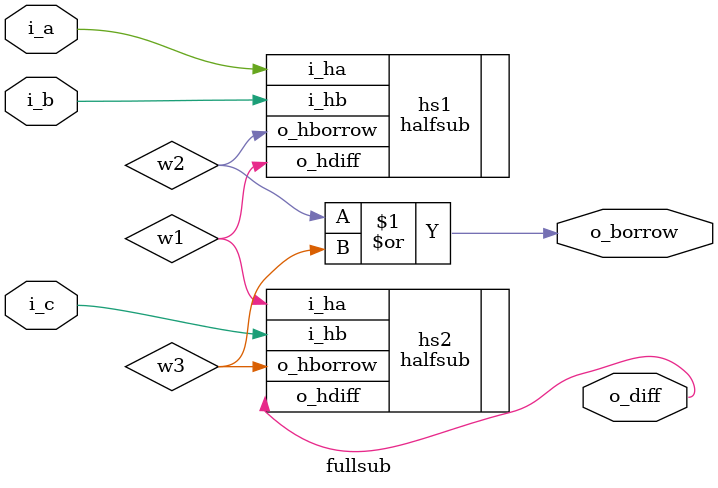
<source format=sv>
module fullsub(
	i_a,
	i_b,
	i_c,
	o_diff,
	o_borrow
	);
	
input i_a;
input i_b;
input i_c;
output o_diff;
output o_borrow;
wire w1, w2, w3;

halfsub hs1 (
	.i_ha(i_a),
	.i_hb(i_b),
	.o_hdiff(w1),
	.o_hborrow(w2)
	);
	
halfsub hs2 (
	.i_ha(w1),
	.i_hb(i_c),
	.o_hdiff(o_diff),
	.o_hborrow(w3)
	);
	
assign o_borrow = w2 | w3;

endmodule

</source>
